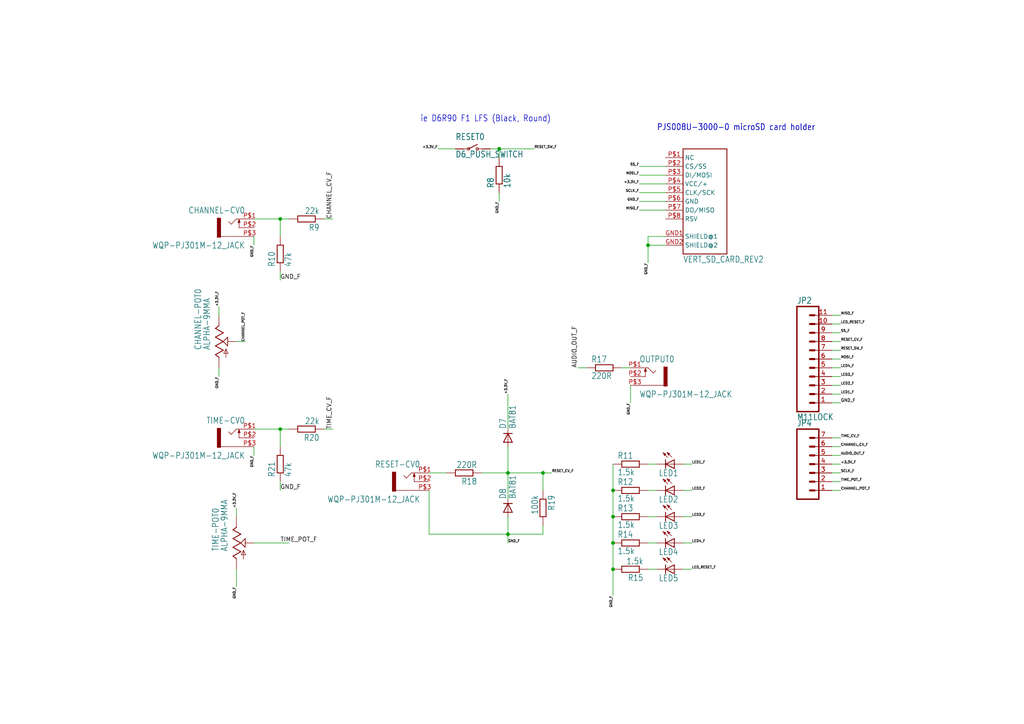
<source format=kicad_sch>
(kicad_sch (version 20230121) (generator eeschema)
  (paper "A4")
  (lib_symbols
    (symbol "RadioMusic_F-eagle-import:ALPHA-9MMA"
      (property "Reference" "R" (at -5.08 -2.54 90))
      (symbol "ALPHA-9MMA_1_0"
        (polyline (pts (xy -1.016 -3.81) (xy 1.27 -2.54)) (stroke (width 0.254)))
        (polyline (pts (xy -1.016 -1.27) (xy 1.27 0)) (stroke (width 0.254)))
        (polyline (pts (xy -1.016 1.27) (xy 1.27 2.54)) (stroke (width 0.254)))
        (polyline (pts (xy -1.016 3.81) (xy 0 4.572)) (stroke (width 0.254)))
        (polyline (pts (xy 0 -5.08) (xy 0 -4.572)) (stroke (width 0.1524)))
        (polyline (pts (xy 0 -4.572) (xy -1.016 -3.81)) (stroke (width 0.254)))
        (polyline (pts (xy 0 4.572) (xy 0 5.08)) (stroke (width 0.1524)))
        (polyline (pts (xy 1.27 -2.54) (xy -1.016 -1.27)) (stroke (width 0.254)))
        (polyline (pts (xy 1.27 0) (xy -1.016 1.27)) (stroke (width 0.254)))
        (polyline (pts (xy 1.27 0) (xy 2.54 1.27)) (stroke (width 0.2032)))
        (polyline (pts (xy 1.27 2.54) (xy -1.016 3.81)) (stroke (width 0.254)))
        (polyline (pts (xy 1.397 -3.429) (xy 2.032 -2.159)) (stroke (width 0.1524)))
        (polyline (pts (xy 2.032 -4.699) (xy 2.032 -2.159)) (stroke (width 0.1524)))
        (polyline (pts (xy 2.032 -2.159) (xy 2.667 -3.429)) (stroke (width 0.1524)))
        (polyline (pts (xy 2.54 -1.27) (xy 1.27 0)) (stroke (width 0.2032)))
        (polyline (pts (xy 2.54 1.27) (xy 2.54 -1.27)) (stroke (width 0.2032)))
        (polyline (pts (xy 2.667 -3.429) (xy 1.397 -3.429)) (stroke (width 0.1524)))
        (pin passive line (at 0 -7.62 90) (length 2.54) (name "A") (number "1"))
        (pin passive line (at 5.08 0 180) (length 2.54) (name "S") (number "2"))
        (pin passive line (at 0 7.62 270) (length 2.54) (name "E") (number "3"))
      )
    )
    (symbol "RadioMusic_F-eagle-import:BAT81"
      (property "Reference" "D" (at 2.54 0.4826 0))
      (symbol "BAT81_1_0"
        (polyline (pts (xy -1.27 -1.27) (xy 1.27 0)) (stroke (width 0.254)))
        (polyline (pts (xy -1.27 1.27) (xy -1.27 -1.27)) (stroke (width 0.254)))
        (polyline (pts (xy 1.27 0) (xy -1.27 1.27)) (stroke (width 0.254)))
        (polyline (pts (xy 1.27 0) (xy 1.27 -1.27)) (stroke (width 0.254)))
        (polyline (pts (xy 1.27 1.27) (xy 1.27 0)) (stroke (width 0.254)))
        (pin passive line (at -2.54 0 0) (length 2.54) (name "A") (number "A"))
        (pin passive line (at 2.54 0 180) (length 2.54) (name "C") (number "C"))
      )
    )
    (symbol "RadioMusic_F-eagle-import:D6_PUSH_SWITCH"
      (property "Reference" "S" (at -5.08 2.54 0))
      (symbol "D6_PUSH_SWITCH_1_0"
        (circle (center -1.27 0) (radius 0.3592) (stroke (width 0.2032)))
        (polyline (pts (xy -2.54 0) (xy -1.6256 0)) (stroke (width 0.1524)))
        (polyline (pts (xy -1.27 0) (xy 1.27 1.27)) (stroke (width 0.254)))
        (polyline (pts (xy 1.27 0) (xy 2.54 0)) (stroke (width 0.1524)))
        (circle (center 1.27 0) (radius 0.3592) (stroke (width 0.2032)))
        (pin passive line (at 5.08 0 180) (length 2.54) (name "O") (number "P$1"))
        (pin passive line (at 5.08 0 180) (length 2.54) (name "O") (number "P$2"))
        (pin passive line (at -5.08 0 0) (length 2.54) (name "P") (number "P$3"))
        (pin passive line (at -5.08 0 0) (length 2.54) (name "P") (number "P$4"))
      )
    )
    (symbol "RadioMusic_F-eagle-import:LED3MM"
      (property "Reference" "LED" (at 3.556 -4.572 90))
      (symbol "LED3MM_1_0"
        (polyline (pts (xy -2.032 -0.762) (xy -3.429 -2.159)) (stroke (width 0.1524)))
        (polyline (pts (xy -1.905 -1.905) (xy -3.302 -3.302)) (stroke (width 0.1524)))
        (polyline (pts (xy 0 -2.54) (xy -1.27 -2.54)) (stroke (width 0.254)))
        (polyline (pts (xy 0 -2.54) (xy -1.27 0)) (stroke (width 0.254)))
        (polyline (pts (xy 0 0) (xy -1.27 0)) (stroke (width 0.254)))
        (polyline (pts (xy 0 0) (xy 0 -2.54)) (stroke (width 0.1524)))
        (polyline (pts (xy 1.27 -2.54) (xy 0 -2.54)) (stroke (width 0.254)))
        (polyline (pts (xy 1.27 0) (xy 0 -2.54)) (stroke (width 0.254)))
        (polyline (pts (xy 1.27 0) (xy 0 0)) (stroke (width 0.254)))
        (polyline (pts (xy -3.429 -2.159) (xy -3.048 -1.27) (xy -2.54 -1.778)) (stroke (width 0.1524)) (fill (type outline)))
        (polyline (pts (xy -3.302 -3.302) (xy -2.921 -2.413) (xy -2.413 -2.921)) (stroke (width 0.1524)) (fill (type outline)))
        (pin passive line (at 0 2.54 270) (length 2.54) (name "A") (number "A"))
        (pin passive line (at 0 -5.08 90) (length 2.54) (name "C") (number "K"))
      )
    )
    (symbol "RadioMusic_F-eagle-import:M07LOCK"
      (property "Reference" "JP" (at -5.08 13.462 0))
      (symbol "M07LOCK_1_0"
        (polyline (pts (xy -5.08 12.7) (xy -5.08 -7.62)) (stroke (width 0.4064)))
        (polyline (pts (xy -5.08 12.7) (xy 1.27 12.7)) (stroke (width 0.4064)))
        (polyline (pts (xy -1.27 -5.08) (xy 0 -5.08)) (stroke (width 0.6096)))
        (polyline (pts (xy -1.27 -2.54) (xy 0 -2.54)) (stroke (width 0.6096)))
        (polyline (pts (xy -1.27 0) (xy 0 0)) (stroke (width 0.6096)))
        (polyline (pts (xy -1.27 2.54) (xy 0 2.54)) (stroke (width 0.6096)))
        (polyline (pts (xy -1.27 5.08) (xy 0 5.08)) (stroke (width 0.6096)))
        (polyline (pts (xy -1.27 7.62) (xy 0 7.62)) (stroke (width 0.6096)))
        (polyline (pts (xy -1.27 10.16) (xy 0 10.16)) (stroke (width 0.6096)))
        (polyline (pts (xy 1.27 -7.62) (xy -5.08 -7.62)) (stroke (width 0.4064)))
        (polyline (pts (xy 1.27 -7.62) (xy 1.27 12.7)) (stroke (width 0.4064)))
        (pin passive line (at 5.08 -5.08 180) (length 5.08) (name "1") (number "1"))
        (pin passive line (at 5.08 -2.54 180) (length 5.08) (name "2") (number "2"))
        (pin passive line (at 5.08 0 180) (length 5.08) (name "3") (number "3"))
        (pin passive line (at 5.08 2.54 180) (length 5.08) (name "4") (number "4"))
        (pin passive line (at 5.08 5.08 180) (length 5.08) (name "5") (number "5"))
        (pin passive line (at 5.08 7.62 180) (length 5.08) (name "6") (number "6"))
        (pin passive line (at 5.08 10.16 180) (length 5.08) (name "7") (number "7"))
      )
    )
    (symbol "RadioMusic_F-eagle-import:M11LOCK"
      (property "Reference" "JP" (at 0 16.002 0))
      (symbol "M11LOCK_1_0"
        (polyline (pts (xy 0 15.24) (xy 0 -15.24)) (stroke (width 0.4064)))
        (polyline (pts (xy 0 15.24) (xy 6.35 15.24)) (stroke (width 0.4064)))
        (polyline (pts (xy 3.81 -12.7) (xy 5.08 -12.7)) (stroke (width 0.6096)))
        (polyline (pts (xy 3.81 -10.16) (xy 5.08 -10.16)) (stroke (width 0.6096)))
        (polyline (pts (xy 3.81 -7.62) (xy 5.08 -7.62)) (stroke (width 0.6096)))
        (polyline (pts (xy 3.81 -5.08) (xy 5.08 -5.08)) (stroke (width 0.6096)))
        (polyline (pts (xy 3.81 -2.54) (xy 5.08 -2.54)) (stroke (width 0.6096)))
        (polyline (pts (xy 3.81 0) (xy 5.08 0)) (stroke (width 0.6096)))
        (polyline (pts (xy 3.81 2.54) (xy 5.08 2.54)) (stroke (width 0.6096)))
        (polyline (pts (xy 3.81 5.08) (xy 5.08 5.08)) (stroke (width 0.6096)))
        (polyline (pts (xy 3.81 7.62) (xy 5.08 7.62)) (stroke (width 0.6096)))
        (polyline (pts (xy 3.81 10.16) (xy 5.08 10.16)) (stroke (width 0.6096)))
        (polyline (pts (xy 3.81 12.7) (xy 5.08 12.7)) (stroke (width 0.6096)))
        (polyline (pts (xy 6.35 -15.24) (xy 0 -15.24)) (stroke (width 0.4064)))
        (polyline (pts (xy 6.35 -15.24) (xy 6.35 15.24)) (stroke (width 0.4064)))
        (pin passive line (at 10.16 -12.7 180) (length 5.08) (name "1") (number "1"))
        (pin passive line (at 10.16 10.16 180) (length 5.08) (name "10") (number "10"))
        (pin passive line (at 10.16 12.7 180) (length 5.08) (name "11") (number "11"))
        (pin passive line (at 10.16 -10.16 180) (length 5.08) (name "2") (number "2"))
        (pin passive line (at 10.16 -7.62 180) (length 5.08) (name "3") (number "3"))
        (pin passive line (at 10.16 -5.08 180) (length 5.08) (name "4") (number "4"))
        (pin passive line (at 10.16 -2.54 180) (length 5.08) (name "5") (number "5"))
        (pin passive line (at 10.16 0 180) (length 5.08) (name "6") (number "6"))
        (pin passive line (at 10.16 2.54 180) (length 5.08) (name "7") (number "7"))
        (pin passive line (at 10.16 5.08 180) (length 5.08) (name "8") (number "8"))
        (pin passive line (at 10.16 7.62 180) (length 5.08) (name "9") (number "9"))
      )
    )
    (symbol "RadioMusic_F-eagle-import:R-EU_STANDARD_RESISTOR"
      (property "Reference" "R" (at -3.81 1.4986 0))
      (symbol "R-EU_STANDARD_RESISTOR_1_0"
        (polyline (pts (xy -2.54 -0.889) (xy -2.54 0.889)) (stroke (width 0.254)))
        (polyline (pts (xy -2.54 -0.889) (xy 2.54 -0.889)) (stroke (width 0.254)))
        (polyline (pts (xy 2.54 -0.889) (xy 2.54 0.889)) (stroke (width 0.254)))
        (polyline (pts (xy 2.54 0.889) (xy -2.54 0.889)) (stroke (width 0.254)))
        (pin passive line (at -5.08 0 0) (length 2.54) (name "1") (number "1"))
        (pin passive line (at 5.08 0 180) (length 2.54) (name "2") (number "2"))
      )
    )
    (symbol "RadioMusic_F-eagle-import:VERT_SD_CARD_REV2"
      (symbol "VERT_SD_CARD_REV2_1_0"
        (polyline (pts (xy -2.54 -15.24) (xy -2.54 15.24)) (stroke (width 0.254)))
        (polyline (pts (xy -2.54 15.24) (xy 10.16 15.24)) (stroke (width 0.254)))
        (polyline (pts (xy 10.16 -15.24) (xy -2.54 -15.24)) (stroke (width 0.254)))
        (polyline (pts (xy 10.16 15.24) (xy 10.16 -15.24)) (stroke (width 0.254)))
        (pin bidirectional line (at -7.62 -10.16 0) (length 5.08) (name "SHIELD@1") (number "GND1"))
        (pin bidirectional line (at -7.62 -12.7 0) (length 5.08) (name "SHIELD@2") (number "GND2"))
        (pin bidirectional line (at -7.62 12.7 0) (length 5.08) (name "NC") (number "P$1"))
        (pin bidirectional line (at -7.62 10.16 0) (length 5.08) (name "CS/SS") (number "P$2"))
        (pin bidirectional line (at -7.62 7.62 0) (length 5.08) (name "DI/MOSI") (number "P$3"))
        (pin bidirectional line (at -7.62 5.08 0) (length 5.08) (name "VCC/+") (number "P$4"))
        (pin bidirectional line (at -7.62 2.54 0) (length 5.08) (name "CLK/SCK") (number "P$5"))
        (pin bidirectional line (at -7.62 0 0) (length 5.08) (name "GND") (number "P$6"))
        (pin bidirectional line (at -7.62 -2.54 0) (length 5.08) (name "DO/MISO") (number "P$7"))
        (pin bidirectional line (at -7.62 -5.08 0) (length 5.08) (name "RSV") (number "P$8"))
      )
    )
    (symbol "RadioMusic_F-eagle-import:WQP-PJ301M-12_JACK"
      (property "Reference" "J" (at -2.54 4.064 0))
      (symbol "WQP-PJ301M-12_JACK_1_0"
        (polyline (pts (xy -2.54 -2.54) (xy 4.572 -2.54)) (stroke (width 0.1524)))
        (polyline (pts (xy -2.54 0) (xy -0.762 0)) (stroke (width 0.1524)))
        (polyline (pts (xy -2.54 2.54) (xy 0 2.54)) (stroke (width 0.1524)))
        (polyline (pts (xy -1.016 1.524) (xy -0.508 1.524)) (stroke (width 0.254)))
        (polyline (pts (xy -0.762 0) (xy -0.762 2.286)) (stroke (width 0.1524)))
        (polyline (pts (xy -0.762 2.286) (xy -1.016 1.524)) (stroke (width 0.254)))
        (polyline (pts (xy -0.508 1.524) (xy -0.762 2.286)) (stroke (width 0.254)))
        (polyline (pts (xy 0 2.54) (xy 1.524 1.016)) (stroke (width 0.1524)))
        (polyline (pts (xy 1.524 1.016) (xy 2.286 1.778)) (stroke (width 0.1524)))
        (rectangle (start 4.572 2.794) (end 5.588 -2.794) (fill (type outline)))
        (pin passive line (at -5.08 2.54 0) (length 2.54) (name "2") (number "P$1"))
        (pin passive line (at -5.08 0 0) (length 2.54) (name "3") (number "P$2"))
        (pin passive line (at -5.08 -2.54 0) (length 2.54) (name "1") (number "P$3"))
      )
    )
  )
  (junction (at 81.28 63.5))
  (junction (at 177.8 165.1))
  (junction (at 157.48 137.16))
  (junction (at 177.8 149.86))
  (junction (at 177.8 142.24))
  (junction (at 147.32 137.16))
  (junction (at 177.8 157.48))
  (junction (at 81.28 124.46))
  (junction (at 187.96 71.12))
  (junction (at 144.78 43.18))
  (junction (at 147.32 154.94))
  (wire (pts (xy 68.58 170.18) (xy 68.58 165.1)) (stroke (width 0.1524)))
  (wire (pts (xy 241.3 129.54) (xy 243.84 129.54)) (stroke (width 0.1524)))
  (wire (pts (xy 144.78 43.18) (xy 154.94 43.18)) (stroke (width 0.1524)))
  (wire (pts (xy 144.78 45.72) (xy 144.78 43.18)) (stroke (width 0.1524)))
  (wire (pts (xy 124.46 154.94) (xy 147.32 154.94)) (stroke (width 0.1524)))
  (wire (pts (xy 147.32 124.46) (xy 147.32 114.3)) (stroke (width 0.1524)))
  (wire (pts (xy 193.04 71.12) (xy 187.96 71.12)) (stroke (width 0.1524)))
  (wire (pts (xy 243.84 116.84) (xy 241.3 116.84)) (stroke (width 0.1524)))
  (wire (pts (xy 200.66 142.24) (xy 198.12 142.24)) (stroke (width 0.1524)))
  (wire (pts (xy 177.8 157.48) (xy 177.8 165.1)) (stroke (width 0.1524)))
  (wire (pts (xy 243.84 139.7) (xy 241.3 139.7)) (stroke (width 0.1524)))
  (wire (pts (xy 142.24 43.18) (xy 144.78 43.18)) (stroke (width 0.1524)))
  (wire (pts (xy 243.84 127) (xy 241.3 127)) (stroke (width 0.1524)))
  (wire (pts (xy 147.32 137.16) (xy 157.48 137.16)) (stroke (width 0.1524)))
  (wire (pts (xy 177.8 134.62) (xy 177.8 142.24)) (stroke (width 0.1524)))
  (wire (pts (xy 83.82 124.46) (xy 81.28 124.46)) (stroke (width 0.1524)))
  (wire (pts (xy 63.5 88.9) (xy 63.5 91.44)) (stroke (width 0.1524)))
  (wire (pts (xy 200.66 165.1) (xy 198.12 165.1)) (stroke (width 0.1524)))
  (wire (pts (xy 96.52 124.46) (xy 93.98 124.46)) (stroke (width 0.1524)))
  (wire (pts (xy 243.84 93.98) (xy 241.3 93.98)) (stroke (width 0.1524)))
  (wire (pts (xy 243.84 111.76) (xy 241.3 111.76)) (stroke (width 0.1524)))
  (wire (pts (xy 83.82 63.5) (xy 81.28 63.5)) (stroke (width 0.1524)))
  (wire (pts (xy 200.66 134.62) (xy 198.12 134.62)) (stroke (width 0.1524)))
  (wire (pts (xy 147.32 144.78) (xy 147.32 137.16)) (stroke (width 0.1524)))
  (wire (pts (xy 180.34 106.68) (xy 182.88 106.68)) (stroke (width 0.1524)))
  (wire (pts (xy 185.42 50.8) (xy 193.04 50.8)) (stroke (width 0.1524)))
  (wire (pts (xy 177.8 149.86) (xy 177.8 157.48)) (stroke (width 0.1524)))
  (wire (pts (xy 185.42 55.88) (xy 193.04 55.88)) (stroke (width 0.1524)))
  (wire (pts (xy 73.66 157.48) (xy 83.82 157.48)) (stroke (width 0.1524)))
  (wire (pts (xy 81.28 142.24) (xy 81.28 139.7)) (stroke (width 0.1524)))
  (wire (pts (xy 187.96 76.2) (xy 187.96 71.12)) (stroke (width 0.1524)))
  (wire (pts (xy 177.8 142.24) (xy 177.8 149.86)) (stroke (width 0.1524)))
  (wire (pts (xy 73.66 71.12) (xy 73.66 68.58)) (stroke (width 0.1524)))
  (wire (pts (xy 243.84 134.62) (xy 241.3 134.62)) (stroke (width 0.1524)))
  (wire (pts (xy 147.32 137.16) (xy 147.32 129.54)) (stroke (width 0.1524)))
  (wire (pts (xy 243.84 96.52) (xy 241.3 96.52)) (stroke (width 0.1524)))
  (wire (pts (xy 81.28 63.5) (xy 73.66 63.5)) (stroke (width 0.1524)))
  (wire (pts (xy 243.84 106.68) (xy 241.3 106.68)) (stroke (width 0.1524)))
  (wire (pts (xy 147.32 154.94) (xy 147.32 149.86)) (stroke (width 0.1524)))
  (wire (pts (xy 96.52 63.5) (xy 93.98 63.5)) (stroke (width 0.1524)))
  (wire (pts (xy 243.84 91.44) (xy 241.3 91.44)) (stroke (width 0.1524)))
  (wire (pts (xy 243.84 132.08) (xy 241.3 132.08)) (stroke (width 0.1524)))
  (wire (pts (xy 243.84 137.16) (xy 241.3 137.16)) (stroke (width 0.1524)))
  (wire (pts (xy 124.46 142.24) (xy 124.46 154.94)) (stroke (width 0.1524)))
  (wire (pts (xy 73.66 132.08) (xy 73.66 129.54)) (stroke (width 0.1524)))
  (wire (pts (xy 167.64 106.68) (xy 170.18 106.68)) (stroke (width 0.1524)))
  (wire (pts (xy 243.84 101.6) (xy 241.3 101.6)) (stroke (width 0.1524)))
  (wire (pts (xy 243.84 114.3) (xy 241.3 114.3)) (stroke (width 0.1524)))
  (wire (pts (xy 129.54 137.16) (xy 124.46 137.16)) (stroke (width 0.1524)))
  (wire (pts (xy 157.48 142.24) (xy 157.48 137.16)) (stroke (width 0.1524)))
  (wire (pts (xy 185.42 48.26) (xy 193.04 48.26)) (stroke (width 0.1524)))
  (wire (pts (xy 200.66 149.86) (xy 198.12 149.86)) (stroke (width 0.1524)))
  (wire (pts (xy 187.96 68.58) (xy 193.04 68.58)) (stroke (width 0.1524)))
  (wire (pts (xy 147.32 154.94) (xy 147.32 157.48)) (stroke (width 0.1524)))
  (wire (pts (xy 127 43.18) (xy 132.08 43.18)) (stroke (width 0.1524)))
  (wire (pts (xy 187.96 71.12) (xy 187.96 68.58)) (stroke (width 0.1524)))
  (wire (pts (xy 144.78 58.42) (xy 144.78 55.88)) (stroke (width 0.1524)))
  (wire (pts (xy 187.96 142.24) (xy 190.5 142.24)) (stroke (width 0.1524)))
  (wire (pts (xy 243.84 104.14) (xy 241.3 104.14)) (stroke (width 0.1524)))
  (wire (pts (xy 185.42 53.34) (xy 193.04 53.34)) (stroke (width 0.1524)))
  (wire (pts (xy 63.5 109.22) (xy 63.5 106.68)) (stroke (width 0.1524)))
  (wire (pts (xy 157.48 137.16) (xy 160.02 137.16)) (stroke (width 0.1524)))
  (wire (pts (xy 243.84 109.22) (xy 241.3 109.22)) (stroke (width 0.1524)))
  (wire (pts (xy 185.42 58.42) (xy 193.04 58.42)) (stroke (width 0.1524)))
  (wire (pts (xy 139.7 137.16) (xy 147.32 137.16)) (stroke (width 0.1524)))
  (wire (pts (xy 177.8 165.1) (xy 177.8 172.72)) (stroke (width 0.1524)))
  (wire (pts (xy 68.58 147.32) (xy 68.58 149.86)) (stroke (width 0.1524)))
  (wire (pts (xy 157.48 152.4) (xy 157.48 154.94)) (stroke (width 0.1524)))
  (wire (pts (xy 81.28 68.58) (xy 81.28 63.5)) (stroke (width 0.1524)))
  (wire (pts (xy 243.84 99.06) (xy 241.3 99.06)) (stroke (width 0.1524)))
  (wire (pts (xy 185.42 60.96) (xy 193.04 60.96)) (stroke (width 0.1524)))
  (wire (pts (xy 187.96 157.48) (xy 190.5 157.48)) (stroke (width 0.1524)))
  (wire (pts (xy 187.96 165.1) (xy 190.5 165.1)) (stroke (width 0.1524)))
  (wire (pts (xy 157.48 154.94) (xy 147.32 154.94)) (stroke (width 0.1524)))
  (wire (pts (xy 81.28 129.54) (xy 81.28 124.46)) (stroke (width 0.1524)))
  (wire (pts (xy 190.5 134.62) (xy 187.96 134.62)) (stroke (width 0.1524)))
  (wire (pts (xy 182.88 116.84) (xy 182.88 111.76)) (stroke (width 0.1524)))
  (wire (pts (xy 81.28 81.28) (xy 81.28 78.74)) (stroke (width 0.1524)))
  (wire (pts (xy 200.66 157.48) (xy 198.12 157.48)) (stroke (width 0.1524)))
  (wire (pts (xy 243.84 142.24) (xy 241.3 142.24)) (stroke (width 0.1524)))
  (wire (pts (xy 187.96 149.86) (xy 190.5 149.86)) (stroke (width 0.1524)))
  (wire (pts (xy 81.28 124.46) (xy 73.66 124.46)) (stroke (width 0.1524)))
  (wire (pts (xy 68.58 99.06) (xy 71.12 99.06)) (stroke (width 0.1524)))
  (text "PJS008U-3000-0 microSD card holder" (at 190.5 38.1 0) (effects (font (size 1.778 1.5113)) (justify left bottom)))
  (text "PJS008U-3000-0 microSD card holder" (at 190.5 38.1 0) (effects (font (size 1.778 1.5113)) (justify left bottom)))
  (text "ie D6R90 F1 LFS (Black, Round)" (at 121.92 35.56 0) (effects (font (size 1.778 1.5113)) (justify left bottom)))
  (label "GND_F" (at 68.58 170.18 270) (effects (font (size 0.7112 0.7112))))
  (label "SCLK_F" (at 243.84 137.16 0) (effects (font (size 0.7112 0.7112))))
  (label "RESET_SW_F" (at 243.84 101.6 0) (effects (font (size 0.7112 0.7112))))
  (label "LED3_F" (at 243.84 109.22 0) (effects (font (size 0.7112 0.7112))))
  (label "CHANNEL_POT_F" (at 243.84 142.24 0) (effects (font (size 0.7112 0.7112))))
  (label "RESET_CV_F" (at 243.84 99.06 0) (effects (font (size 0.7112 0.7112))))
  (label "GND_F" (at 187.96 76.2 270) (effects (font (size 0.7112 0.7112))))
  (label "GND_F" (at 73.66 71.12 270) (effects (font (size 0.7112 0.7112))))
  (label "SS_F" (at 243.84 96.52 0) (effects (font (size 0.7112 0.7112))))
  (label "GND_F" (at 81.28 142.24 0) (effects (font (size 1.2446 1.2446))))
  (label "GND_F" (at 81.28 81.28 0) (effects (font (size 1.2446 1.2446))))
  (label "+3.3V_F" (at 243.84 134.62 0) (effects (font (size 0.7112 0.7112))))
  (label "MOSI_F" (at 185.42 50.8 180) (effects (font (size 0.7112 0.7112))))
  (label "TIME_CV_F" (at 243.84 127 0) (effects (font (size 0.7112 0.7112))))
  (label "LED_RESET_F" (at 200.66 165.1 0) (effects (font (size 0.7112 0.7112))))
  (label "+3.3V_F" (at 185.42 53.34 180) (effects (font (size 0.7112 0.7112))))
  (label "GND_F" (at 144.78 58.42 270) (effects (font (size 0.7112 0.7112))))
  (label "+3.3V_F" (at 147.32 114.3 90) (effects (font (size 0.7112 0.7112))))
  (label "LED4_F" (at 243.84 106.68 0) (effects (font (size 0.7112 0.7112))))
  (label "GND_F" (at 182.88 116.84 270) (effects (font (size 0.7112 0.7112))))
  (label "TIME_CV_F" (at 96.52 124.46 90) (effects (font (size 1.2446 1.2446))))
  (label "GND_F" (at 73.66 132.08 270) (effects (font (size 0.7112 0.7112))))
  (label "GND_F" (at 243.84 116.84 0) (effects (font (size 0.889 0.889))))
  (label "LED2_F" (at 243.84 111.76 0) (effects (font (size 0.7112 0.7112))))
  (label "AUDIO_OUT_F" (at 243.84 132.08 0) (effects (font (size 0.7112 0.7112))))
  (label "LED_RESET_F" (at 243.84 93.98 0) (effects (font (size 0.7112 0.7112))))
  (label "CHANNEL_CV_F" (at 243.84 129.54 0) (effects (font (size 0.7112 0.7112))))
  (label "LED1_F" (at 200.66 134.62 0) (effects (font (size 0.7112 0.7112))))
  (label "LED1_F" (at 243.84 114.3 0) (effects (font (size 0.7112 0.7112))))
  (label "SS_F" (at 185.42 48.26 180) (effects (font (size 0.7112 0.7112))))
  (label "+3.3V_F" (at 68.58 147.32 90) (effects (font (size 0.7112 0.7112))))
  (label "TIME_POT_F" (at 81.28 157.48 0) (effects (font (size 1.2446 1.2446))))
  (label "GND_F" (at 177.8 172.72 270) (effects (font (size 0.7112 0.7112))))
  (label "SCLK_F" (at 185.42 55.88 180) (effects (font (size 0.7112 0.7112))))
  (label "RESET_CV_F" (at 160.02 137.16 0) (effects (font (size 0.7112 0.7112))))
  (label "TIME_POT_F" (at 243.84 139.7 0) (effects (font (size 0.7112 0.7112))))
  (label "CHANNEL_CV_F" (at 96.52 63.5 90) (effects (font (size 1.2446 1.2446))))
  (label "LED2_F" (at 200.66 142.24 0) (effects (font (size 0.7112 0.7112))))
  (label "MISO_F" (at 243.84 91.44 0) (effects (font (size 0.7112 0.7112))))
  (label "GND_F" (at 63.5 109.22 270) (effects (font (size 0.7112 0.7112))))
  (label "AUDIO_OUT_F" (at 167.64 106.68 90) (effects (font (size 1.2446 1.2446))))
  (label "MOSI_F" (at 243.84 104.14 0) (effects (font (size 0.7112 0.7112))))
  (label "+3.3V_F" (at 63.5 88.9 90) (effects (font (size 0.7112 0.7112))))
  (label "LED4_F" (at 200.66 157.48 0) (effects (font (size 0.7112 0.7112))))
  (label "MISO_F" (at 185.42 60.96 180) (effects (font (size 0.7112 0.7112))))
  (label "CHANNEL_POT_F" (at 71.12 99.06 90) (effects (font (size 0.7112 0.7112))))
  (label "+3.3V_F" (at 127 43.18 180) (effects (font (size 0.7112 0.7112))))
  (label "GND_F" (at 185.42 58.42 180) (effects (font (size 0.7112 0.7112))))
  (label "GND_F" (at 147.32 157.48 0) (effects (font (size 0.7112 0.7112))))
  (label "RESET_SW_F" (at 154.94 43.18 0) (effects (font (size 0.7112 0.7112))))
  (label "LED3_F" (at 200.66 149.86 0) (effects (font (size 0.7112 0.7112))))
  (symbol (lib_id "RadioMusic_F-eagle-import:M11LOCK") (at 231.14 104.14 0) (unit 1)
    (property "Reference" "JP2" (at 231.14 88.138 0) (effects (font (size 1.778 1.5113)) (justify left bottom)))
    (property "Value" "M11LOCK" (at 231.14 121.92 0) (effects (font (size 1.778 1.5113)) (justify left bottom)))
    (property "Footprint" "RadioMusic_F:1X11_LOCK" (effects hide))
  )
  (symbol (lib_id "RadioMusic_F-eagle-import:ALPHA-9MMA") (at 68.58 157.48 0) (unit 1)
    (property "Reference" "TIME-POT0" (at 63.5 160.02 90) (effects (font (size 1.778 1.5113)) (justify left bottom)))
    (property "Value" "ALPHA-9MMA" (at 66.04 160.02 90) (effects (font (size 1.778 1.5113)) (justify left bottom)))
    (property "Footprint" "RadioMusic_F:EVUF" (effects hide))
  )
  (symbol (lib_id "RadioMusic_F-eagle-import:R-EU_STANDARD_RESISTOR") (at 182.88 142.24 0) (unit 1)
    (property "Reference" "R12" (at 179.07 140.7414 0) (effects (font (size 1.778 1.5113)) (justify left bottom)))
    (property "Value" "1.5k" (at 179.07 145.542 0) (effects (font (size 1.778 1.5113)) (justify left bottom)))
    (property "Footprint" "RadioMusic_F:0207_10" (effects hide))
  )
  (symbol (lib_id "RadioMusic_F-eagle-import:LED3MM") (at 195.58 165.1 270) (unit 1)
    (property "Reference" "LED5" (at 191.008 168.656 90) (effects (font (size 1.778 1.5113)) (justify left bottom)))
    (property "Value" "LED3MM" (effects hide))
    (property "Footprint" "RadioMusic_F:LED3MM" (effects hide))
  )
  (symbol (lib_id "RadioMusic_F-eagle-import:R-EU_STANDARD_RESISTOR") (at 144.78 50.8 90) (unit 1)
    (property "Reference" "R8" (at 143.2814 54.61 0) (effects (font (size 1.778 1.5113)) (justify left bottom)))
    (property "Value" "10k" (at 148.082 54.61 0) (effects (font (size 1.778 1.5113)) (justify left bottom)))
    (property "Footprint" "RadioMusic_F:0207_10" (effects hide))
  )
  (symbol (lib_id "RadioMusic_F-eagle-import:R-EU_STANDARD_RESISTOR") (at 182.88 157.48 0) (unit 1)
    (property "Reference" "R14" (at 179.07 155.9814 0) (effects (font (size 1.778 1.5113)) (justify left bottom)))
    (property "Value" "1.5k" (at 179.07 160.782 0) (effects (font (size 1.778 1.5113)) (justify left bottom)))
    (property "Footprint" "RadioMusic_F:0207_10" (effects hide))
  )
  (symbol (lib_id "RadioMusic_F-eagle-import:R-EU_STANDARD_RESISTOR") (at 88.9 124.46 180) (unit 1)
    (property "Reference" "R20" (at 92.71 125.9586 0) (effects (font (size 1.778 1.5113)) (justify left bottom)))
    (property "Value" "22k" (at 92.71 121.158 0) (effects (font (size 1.778 1.5113)) (justify left bottom)))
    (property "Footprint" "RadioMusic_F:0207_10" (effects hide))
  )
  (symbol (lib_id "RadioMusic_F-eagle-import:R-EU_STANDARD_RESISTOR") (at 175.26 106.68 0) (unit 1)
    (property "Reference" "R17" (at 171.45 105.1814 0) (effects (font (size 1.778 1.5113)) (justify left bottom)))
    (property "Value" "220R" (at 171.45 109.982 0) (effects (font (size 1.778 1.5113)) (justify left bottom)))
    (property "Footprint" "RadioMusic_F:0207_10" (effects hide))
  )
  (symbol (lib_id "RadioMusic_F-eagle-import:WQP-PJ301M-12_JACK") (at 68.58 127 0) (mirror y) (unit 1)
    (property "Reference" "TIME-CV0" (at 71.12 122.936 0) (effects (font (size 1.778 1.5113)) (justify left bottom)))
    (property "Value" "WQP-PJ301M-12_JACK" (at 71.12 133.096 0) (effects (font (size 1.778 1.5113)) (justify left bottom)))
    (property "Footprint" "RadioMusic_F:WQP-PJ301M-12_JACK" (effects hide))
  )
  (symbol (lib_id "RadioMusic_F-eagle-import:R-EU_STANDARD_RESISTOR") (at 182.88 134.62 0) (unit 1)
    (property "Reference" "R11" (at 179.07 133.1214 0) (effects (font (size 1.778 1.5113)) (justify left bottom)))
    (property "Value" "1.5k" (at 179.07 137.922 0) (effects (font (size 1.778 1.5113)) (justify left bottom)))
    (property "Footprint" "RadioMusic_F:0207_10" (effects hide))
  )
  (symbol (lib_id "RadioMusic_F-eagle-import:M07LOCK") (at 236.22 137.16 0) (unit 1)
    (property "Reference" "JP4" (at 231.14 123.698 0) (effects (font (size 1.778 1.5113)) (justify left bottom)))
    (property "Value" "M07LOCK" (effects hide))
    (property "Footprint" "RadioMusic_F:1X07_LOCK" (effects hide))
  )
  (symbol (lib_id "RadioMusic_F-eagle-import:LED3MM") (at 195.58 134.62 270) (unit 1)
    (property "Reference" "LED1" (at 191.008 138.176 90) (effects (font (size 1.778 1.5113)) (justify left bottom)))
    (property "Value" "LED3MM" (effects hide))
    (property "Footprint" "RadioMusic_F:LED3MM" (effects hide))
  )
  (symbol (lib_id "RadioMusic_F-eagle-import:D6_PUSH_SWITCH") (at 137.16 43.18 0) (unit 1)
    (property "Reference" "RESET0" (at 132.08 40.64 0) (effects (font (size 1.778 1.5113)) (justify left bottom)))
    (property "Value" "D6_PUSH_SWITCH" (at 132.08 45.72 0) (effects (font (size 1.778 1.5113)) (justify left bottom)))
    (property "Footprint" "RadioMusic_F:D6_BUTTON_RND" (effects hide))
  )
  (symbol (lib_id "RadioMusic_F-eagle-import:BAT81") (at 147.32 127 90) (unit 1)
    (property "Reference" "D7" (at 146.8374 124.46 0) (effects (font (size 1.778 1.5113)) (justify left bottom)))
    (property "Value" "BAT81" (at 149.6314 124.46 0) (effects (font (size 1.778 1.5113)) (justify left bottom)))
    (property "Footprint" "RadioMusic_F:DO34-7" (effects hide))
  )
  (symbol (lib_id "RadioMusic_F-eagle-import:R-EU_STANDARD_RESISTOR") (at 134.62 137.16 180) (unit 1)
    (property "Reference" "R18" (at 138.43 138.6586 0) (effects (font (size 1.778 1.5113)) (justify left bottom)))
    (property "Value" "220R" (at 138.43 133.858 0) (effects (font (size 1.778 1.5113)) (justify left bottom)))
    (property "Footprint" "RadioMusic_F:0207_10" (effects hide))
  )
  (symbol (lib_id "RadioMusic_F-eagle-import:R-EU_STANDARD_RESISTOR") (at 88.9 63.5 180) (unit 1)
    (property "Reference" "R9" (at 92.71 64.9986 0) (effects (font (size 1.778 1.5113)) (justify left bottom)))
    (property "Value" "22k" (at 92.71 60.198 0) (effects (font (size 1.778 1.5113)) (justify left bottom)))
    (property "Footprint" "RadioMusic_F:0207_10" (effects hide))
  )
  (symbol (lib_id "RadioMusic_F-eagle-import:LED3MM") (at 195.58 157.48 270) (unit 1)
    (property "Reference" "LED4" (at 191.008 161.036 90) (effects (font (size 1.778 1.5113)) (justify left bottom)))
    (property "Value" "LED3MM" (effects hide))
    (property "Footprint" "RadioMusic_F:LED3MM" (effects hide))
  )
  (symbol (lib_id "RadioMusic_F-eagle-import:LED3MM") (at 195.58 149.86 270) (unit 1)
    (property "Reference" "LED3" (at 191.008 153.416 90) (effects (font (size 1.778 1.5113)) (justify left bottom)))
    (property "Value" "LED3MM" (effects hide))
    (property "Footprint" "RadioMusic_F:LED3MM" (effects hide))
  )
  (symbol (lib_id "RadioMusic_F-eagle-import:R-EU_STANDARD_RESISTOR") (at 182.88 149.86 0) (unit 1)
    (property "Reference" "R13" (at 179.07 148.3614 0) (effects (font (size 1.778 1.5113)) (justify left bottom)))
    (property "Value" "1.5k" (at 179.07 153.162 0) (effects (font (size 1.778 1.5113)) (justify left bottom)))
    (property "Footprint" "RadioMusic_F:0207_10" (effects hide))
  )
  (symbol (lib_id "RadioMusic_F-eagle-import:R-EU_STANDARD_RESISTOR") (at 182.88 165.1 180) (unit 1)
    (property "Reference" "R15" (at 186.69 166.5986 0) (effects (font (size 1.778 1.5113)) (justify left bottom)))
    (property "Value" "1.5k" (at 186.69 161.798 0) (effects (font (size 1.778 1.5113)) (justify left bottom)))
    (property "Footprint" "RadioMusic_F:0207_10" (effects hide))
  )
  (symbol (lib_id "RadioMusic_F-eagle-import:WQP-PJ301M-12_JACK") (at 119.38 139.7 0) (mirror y) (unit 1)
    (property "Reference" "RESET-CV0" (at 121.92 135.636 0) (effects (font (size 1.778 1.5113)) (justify left bottom)))
    (property "Value" "WQP-PJ301M-12_JACK" (at 121.92 145.796 0) (effects (font (size 1.778 1.5113)) (justify left bottom)))
    (property "Footprint" "RadioMusic_F:WQP-PJ301M-12_JACK" (effects hide))
  )
  (symbol (lib_id "RadioMusic_F-eagle-import:WQP-PJ301M-12_JACK") (at 187.96 109.22 0) (unit 1)
    (property "Reference" "OUTPUT0" (at 185.42 105.156 0) (effects (font (size 1.778 1.5113)) (justify left bottom)))
    (property "Value" "WQP-PJ301M-12_JACK" (at 185.42 115.316 0) (effects (font (size 1.778 1.5113)) (justify left bottom)))
    (property "Footprint" "RadioMusic_F:WQP-PJ301M-12_JACK" (effects hide))
  )
  (symbol (lib_id "RadioMusic_F-eagle-import:R-EU_STANDARD_RESISTOR") (at 157.48 147.32 270) (unit 1)
    (property "Reference" "R19" (at 158.9786 143.51 0) (effects (font (size 1.778 1.5113)) (justify left bottom)))
    (property "Value" "100k" (at 154.178 143.51 0) (effects (font (size 1.778 1.5113)) (justify left bottom)))
    (property "Footprint" "RadioMusic_F:0207_10" (effects hide))
  )
  (symbol (lib_id "RadioMusic_F-eagle-import:R-EU_STANDARD_RESISTOR") (at 81.28 134.62 90) (unit 1)
    (property "Reference" "R21" (at 79.7814 138.43 0) (effects (font (size 1.778 1.5113)) (justify left bottom)))
    (property "Value" "47k" (at 84.582 138.43 0) (effects (font (size 1.778 1.5113)) (justify left bottom)))
    (property "Footprint" "RadioMusic_F:0207_10" (effects hide))
  )
  (symbol (lib_id "RadioMusic_F-eagle-import:BAT81") (at 147.32 147.32 90) (unit 1)
    (property "Reference" "D8" (at 146.8374 144.78 0) (effects (font (size 1.778 1.5113)) (justify left bottom)))
    (property "Value" "BAT81" (at 149.6314 144.78 0) (effects (font (size 1.778 1.5113)) (justify left bottom)))
    (property "Footprint" "RadioMusic_F:DO34-7" (effects hide))
  )
  (symbol (lib_id "RadioMusic_F-eagle-import:R-EU_STANDARD_RESISTOR") (at 81.28 73.66 90) (unit 1)
    (property "Reference" "R10" (at 79.7814 77.47 0) (effects (font (size 1.778 1.5113)) (justify left bottom)))
    (property "Value" "47k" (at 84.582 77.47 0) (effects (font (size 1.778 1.5113)) (justify left bottom)))
    (property "Footprint" "RadioMusic_F:0207_10" (effects hide))
  )
  (symbol (lib_id "RadioMusic_F-eagle-import:ALPHA-9MMA") (at 63.5 99.06 0) (unit 1)
    (property "Reference" "CHANNEL-POT0" (at 58.42 101.6 90) (effects (font (size 1.778 1.5113)) (justify left bottom)))
    (property "Value" "ALPHA-9MMA" (at 60.96 101.6 90) (effects (font (size 1.778 1.5113)) (justify left bottom)))
    (property "Footprint" "RadioMusic_F:EVUF" (effects hide))
  )
  (symbol (lib_id "RadioMusic_F-eagle-import:WQP-PJ301M-12_JACK") (at 68.58 66.04 0) (mirror y) (unit 1)
    (property "Reference" "CHANNEL-CV0" (at 71.12 61.976 0) (effects (font (size 1.778 1.5113)) (justify left bottom)))
    (property "Value" "WQP-PJ301M-12_JACK" (at 71.12 72.136 0) (effects (font (size 1.778 1.5113)) (justify left bottom)))
    (property "Footprint" "RadioMusic_F:WQP-PJ301M-12_JACK" (effects hide))
  )
  (symbol (lib_id "RadioMusic_F-eagle-import:LED3MM") (at 195.58 142.24 270) (unit 1)
    (property "Reference" "LED2" (at 191.008 145.796 90) (effects (font (size 1.778 1.5113)) (justify left bottom)))
    (property "Value" "LED3MM" (effects hide))
    (property "Footprint" "RadioMusic_F:LED3MM" (effects hide))
  )
  (symbol (lib_id "RadioMusic_F-eagle-import:VERT_SD_CARD_REV2") (at 200.66 58.42 0) (unit 1)
    (property "Reference" "X1" (effects hide))
    (property "Value" "VERT_SD_CARD_REV2" (at 198.12 76.2 0) (effects (font (size 1.778 1.5113)) (justify left bottom)))
    (property "Footprint" "RadioMusic_F:VERT_MICROSD_REV2" (effects hide))
  )
)
</source>
